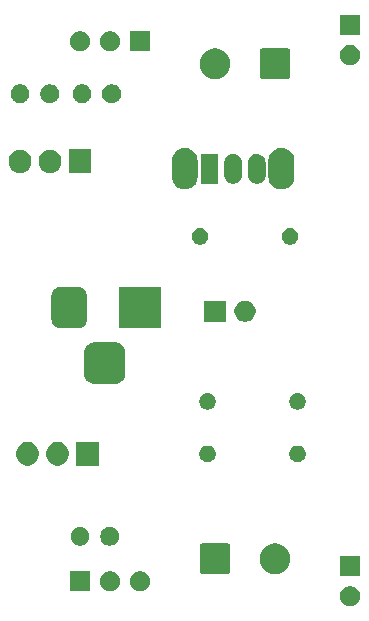
<source format=gbr>
%TF.GenerationSoftware,KiCad,Pcbnew,9.0.2*%
%TF.CreationDate,2025-06-13T16:54:46+08:00*%
%TF.ProjectId,Breadboard Power Supply,42726561-6462-46f6-9172-6420506f7765,1*%
%TF.SameCoordinates,Original*%
%TF.FileFunction,Soldermask,Bot*%
%TF.FilePolarity,Negative*%
%FSLAX46Y46*%
G04 Gerber Fmt 4.6, Leading zero omitted, Abs format (unit mm)*
G04 Created by KiCad (PCBNEW 9.0.2) date 2025-06-13 16:54:46*
%MOMM*%
%LPD*%
G01*
G04 APERTURE LIST*
G04 APERTURE END LIST*
G36*
X150741742Y-111576601D02*
G01*
X150895687Y-111640367D01*
X151034234Y-111732941D01*
X151152059Y-111850766D01*
X151244633Y-111989313D01*
X151308399Y-112143258D01*
X151340907Y-112306685D01*
X151340907Y-112473315D01*
X151308399Y-112636742D01*
X151244633Y-112790687D01*
X151152059Y-112929234D01*
X151034234Y-113047059D01*
X150895687Y-113139633D01*
X150741742Y-113203399D01*
X150578315Y-113235907D01*
X150411685Y-113235907D01*
X150248258Y-113203399D01*
X150094313Y-113139633D01*
X149955766Y-113047059D01*
X149837941Y-112929234D01*
X149745367Y-112790687D01*
X149681601Y-112636742D01*
X149649093Y-112473315D01*
X149649093Y-112306685D01*
X149681601Y-112143258D01*
X149745367Y-111989313D01*
X149837941Y-111850766D01*
X149955766Y-111732941D01*
X150094313Y-111640367D01*
X150248258Y-111576601D01*
X150411685Y-111544093D01*
X150578315Y-111544093D01*
X150741742Y-111576601D01*
G37*
G36*
X128485000Y-111975000D02*
G01*
X126785000Y-111975000D01*
X126785000Y-110275000D01*
X128485000Y-110275000D01*
X128485000Y-111975000D01*
G37*
G36*
X130421742Y-110311601D02*
G01*
X130575687Y-110375367D01*
X130714234Y-110467941D01*
X130832059Y-110585766D01*
X130924633Y-110724313D01*
X130988399Y-110878258D01*
X131020907Y-111041685D01*
X131020907Y-111208315D01*
X130988399Y-111371742D01*
X130924633Y-111525687D01*
X130832059Y-111664234D01*
X130714234Y-111782059D01*
X130575687Y-111874633D01*
X130421742Y-111938399D01*
X130258315Y-111970907D01*
X130091685Y-111970907D01*
X129928258Y-111938399D01*
X129774313Y-111874633D01*
X129635766Y-111782059D01*
X129517941Y-111664234D01*
X129425367Y-111525687D01*
X129361601Y-111371742D01*
X129329093Y-111208315D01*
X129329093Y-111041685D01*
X129361601Y-110878258D01*
X129425367Y-110724313D01*
X129517941Y-110585766D01*
X129635766Y-110467941D01*
X129774313Y-110375367D01*
X129928258Y-110311601D01*
X130091685Y-110279093D01*
X130258315Y-110279093D01*
X130421742Y-110311601D01*
G37*
G36*
X132961742Y-110311601D02*
G01*
X133115687Y-110375367D01*
X133254234Y-110467941D01*
X133372059Y-110585766D01*
X133464633Y-110724313D01*
X133528399Y-110878258D01*
X133560907Y-111041685D01*
X133560907Y-111208315D01*
X133528399Y-111371742D01*
X133464633Y-111525687D01*
X133372059Y-111664234D01*
X133254234Y-111782059D01*
X133115687Y-111874633D01*
X132961742Y-111938399D01*
X132798315Y-111970907D01*
X132631685Y-111970907D01*
X132468258Y-111938399D01*
X132314313Y-111874633D01*
X132175766Y-111782059D01*
X132057941Y-111664234D01*
X131965367Y-111525687D01*
X131901601Y-111371742D01*
X131869093Y-111208315D01*
X131869093Y-111041685D01*
X131901601Y-110878258D01*
X131965367Y-110724313D01*
X132057941Y-110585766D01*
X132175766Y-110467941D01*
X132314313Y-110375367D01*
X132468258Y-110311601D01*
X132631685Y-110279093D01*
X132798315Y-110279093D01*
X132961742Y-110311601D01*
G37*
G36*
X151345000Y-110700000D02*
G01*
X149645000Y-110700000D01*
X149645000Y-109000000D01*
X151345000Y-109000000D01*
X151345000Y-110700000D01*
G37*
G36*
X140171271Y-107921560D02*
G01*
X140190786Y-107930176D01*
X140212545Y-107934505D01*
X140235837Y-107950068D01*
X140258731Y-107960177D01*
X140274367Y-107975813D01*
X140295240Y-107989760D01*
X140309186Y-108010632D01*
X140324822Y-108026268D01*
X140334929Y-108049158D01*
X140350495Y-108072455D01*
X140354823Y-108094217D01*
X140363437Y-108113725D01*
X140364999Y-108127186D01*
X140364999Y-108145370D01*
X140365000Y-108145376D01*
X140365000Y-110294624D01*
X140364999Y-110294629D01*
X140364999Y-110312818D01*
X140363439Y-110326271D01*
X140354823Y-110345782D01*
X140350495Y-110367545D01*
X140334928Y-110390842D01*
X140324822Y-110413731D01*
X140309188Y-110429364D01*
X140295240Y-110450240D01*
X140274364Y-110464188D01*
X140258731Y-110479822D01*
X140235843Y-110489927D01*
X140212545Y-110505495D01*
X140190780Y-110509824D01*
X140171274Y-110518437D01*
X140157813Y-110519999D01*
X140139629Y-110519999D01*
X140139624Y-110520000D01*
X137990376Y-110520000D01*
X137990371Y-110519999D01*
X137972181Y-110519999D01*
X137958728Y-110518439D01*
X137939215Y-110509823D01*
X137917455Y-110505495D01*
X137894159Y-110489929D01*
X137871268Y-110479822D01*
X137855632Y-110464186D01*
X137834760Y-110450240D01*
X137820813Y-110429367D01*
X137805177Y-110413731D01*
X137795069Y-110390838D01*
X137779505Y-110367545D01*
X137775176Y-110345784D01*
X137766562Y-110326274D01*
X137765000Y-110312813D01*
X137765000Y-108127181D01*
X137766560Y-108113728D01*
X137775177Y-108094211D01*
X137779505Y-108072455D01*
X137795067Y-108049164D01*
X137805177Y-108026268D01*
X137820815Y-108010629D01*
X137834760Y-107989760D01*
X137855629Y-107975815D01*
X137871268Y-107960177D01*
X137894163Y-107950068D01*
X137917455Y-107934505D01*
X137939213Y-107930176D01*
X137958725Y-107921562D01*
X137972186Y-107920000D01*
X140157818Y-107920000D01*
X140171271Y-107921560D01*
G37*
G36*
X144449417Y-107952010D02*
G01*
X144644027Y-108015243D01*
X144826349Y-108108140D01*
X144860035Y-108132614D01*
X144991888Y-108228411D01*
X144991889Y-108228412D01*
X144991893Y-108228415D01*
X145136585Y-108373107D01*
X145256860Y-108538651D01*
X145349757Y-108720973D01*
X145412990Y-108915583D01*
X145445000Y-109117688D01*
X145445000Y-109322312D01*
X145412990Y-109524417D01*
X145349757Y-109719027D01*
X145256860Y-109901349D01*
X145136585Y-110066893D01*
X144991893Y-110211585D01*
X144826349Y-110331860D01*
X144644027Y-110424757D01*
X144449417Y-110487990D01*
X144295932Y-110512299D01*
X144247314Y-110520000D01*
X144247312Y-110520000D01*
X144042688Y-110520000D01*
X144042686Y-110520000D01*
X143987419Y-110511246D01*
X143840583Y-110487990D01*
X143645973Y-110424757D01*
X143463651Y-110331860D01*
X143298107Y-110211585D01*
X143153415Y-110066893D01*
X143033140Y-109901349D01*
X142940243Y-109719027D01*
X142877010Y-109524417D01*
X142845000Y-109322312D01*
X142845000Y-109117688D01*
X142863485Y-109000979D01*
X142877010Y-108915582D01*
X142940241Y-108720978D01*
X142940242Y-108720975D01*
X142940243Y-108720973D01*
X143033140Y-108538651D01*
X143033141Y-108538648D01*
X143033143Y-108538646D01*
X143153411Y-108373111D01*
X143298111Y-108228411D01*
X143463646Y-108108143D01*
X143463648Y-108108141D01*
X143463651Y-108108140D01*
X143645973Y-108015243D01*
X143645975Y-108015242D01*
X143645978Y-108015241D01*
X143840582Y-107952010D01*
X144042686Y-107920000D01*
X144247314Y-107920000D01*
X144449417Y-107952010D01*
G37*
G36*
X127867228Y-106549448D02*
G01*
X128012117Y-106609463D01*
X128142515Y-106696592D01*
X128253408Y-106807485D01*
X128340537Y-106937883D01*
X128400552Y-107082772D01*
X128431148Y-107236586D01*
X128431148Y-107393414D01*
X128400552Y-107547228D01*
X128340537Y-107692117D01*
X128253408Y-107822515D01*
X128142515Y-107933408D01*
X128012117Y-108020537D01*
X127867228Y-108080552D01*
X127713414Y-108111148D01*
X127556586Y-108111148D01*
X127402772Y-108080552D01*
X127257883Y-108020537D01*
X127127485Y-107933408D01*
X127016592Y-107822515D01*
X126929463Y-107692117D01*
X126869448Y-107547228D01*
X126838852Y-107393414D01*
X126838852Y-107236586D01*
X126869448Y-107082772D01*
X126929463Y-106937883D01*
X127016592Y-106807485D01*
X127127485Y-106696592D01*
X127257883Y-106609463D01*
X127402772Y-106549448D01*
X127556586Y-106518852D01*
X127713414Y-106518852D01*
X127867228Y-106549448D01*
G37*
G36*
X130367228Y-106549448D02*
G01*
X130512117Y-106609463D01*
X130642515Y-106696592D01*
X130753408Y-106807485D01*
X130840537Y-106937883D01*
X130900552Y-107082772D01*
X130931148Y-107236586D01*
X130931148Y-107393414D01*
X130900552Y-107547228D01*
X130840537Y-107692117D01*
X130753408Y-107822515D01*
X130642515Y-107933408D01*
X130512117Y-108020537D01*
X130367228Y-108080552D01*
X130213414Y-108111148D01*
X130056586Y-108111148D01*
X129902772Y-108080552D01*
X129757883Y-108020537D01*
X129627485Y-107933408D01*
X129516592Y-107822515D01*
X129429463Y-107692117D01*
X129369448Y-107547228D01*
X129338852Y-107393414D01*
X129338852Y-107236586D01*
X129369448Y-107082772D01*
X129429463Y-106937883D01*
X129516592Y-106807485D01*
X129627485Y-106696592D01*
X129757883Y-106609463D01*
X129902772Y-106549448D01*
X130056586Y-106518852D01*
X130213414Y-106518852D01*
X130367228Y-106549448D01*
G37*
G36*
X129222500Y-101330000D02*
G01*
X127317500Y-101330000D01*
X127317500Y-99330000D01*
X129222500Y-99330000D01*
X129222500Y-101330000D01*
G37*
G36*
X123466496Y-99371014D02*
G01*
X123639005Y-99442470D01*
X123794260Y-99546208D01*
X123926292Y-99678240D01*
X124030030Y-99833495D01*
X124101486Y-100006004D01*
X124137913Y-100189139D01*
X124142500Y-100282500D01*
X124142500Y-100377500D01*
X124137913Y-100470861D01*
X124101486Y-100653996D01*
X124030030Y-100826505D01*
X123926292Y-100981760D01*
X123794260Y-101113792D01*
X123639005Y-101217530D01*
X123466496Y-101288986D01*
X123283361Y-101325413D01*
X123096639Y-101325413D01*
X122913504Y-101288986D01*
X122740995Y-101217530D01*
X122585740Y-101113792D01*
X122453708Y-100981760D01*
X122349970Y-100826505D01*
X122278514Y-100653996D01*
X122242087Y-100470861D01*
X122237500Y-100377500D01*
X122237500Y-100282500D01*
X122242087Y-100189139D01*
X122278514Y-100006004D01*
X122349970Y-99833495D01*
X122453708Y-99678240D01*
X122585740Y-99546208D01*
X122740995Y-99442470D01*
X122913504Y-99371014D01*
X123096639Y-99334587D01*
X123283361Y-99334587D01*
X123466496Y-99371014D01*
G37*
G36*
X126006496Y-99371014D02*
G01*
X126179005Y-99442470D01*
X126334260Y-99546208D01*
X126466292Y-99678240D01*
X126570030Y-99833495D01*
X126641486Y-100006004D01*
X126677913Y-100189139D01*
X126682500Y-100282500D01*
X126682500Y-100377500D01*
X126677913Y-100470861D01*
X126641486Y-100653996D01*
X126570030Y-100826505D01*
X126466292Y-100981760D01*
X126334260Y-101113792D01*
X126179005Y-101217530D01*
X126006496Y-101288986D01*
X125823361Y-101325413D01*
X125636639Y-101325413D01*
X125453504Y-101288986D01*
X125280995Y-101217530D01*
X125125740Y-101113792D01*
X124993708Y-100981760D01*
X124889970Y-100826505D01*
X124818514Y-100653996D01*
X124782087Y-100470861D01*
X124777500Y-100377500D01*
X124777500Y-100282500D01*
X124782087Y-100189139D01*
X124818514Y-100006004D01*
X124889970Y-99833495D01*
X124993708Y-99678240D01*
X125125740Y-99546208D01*
X125280995Y-99442470D01*
X125453504Y-99371014D01*
X125636639Y-99334587D01*
X125823361Y-99334587D01*
X126006496Y-99371014D01*
G37*
G36*
X138633199Y-99660142D02*
G01*
X138759978Y-99712655D01*
X138874075Y-99788893D01*
X138971107Y-99885925D01*
X139047345Y-100000022D01*
X139099858Y-100126801D01*
X139126629Y-100261388D01*
X139126629Y-100398612D01*
X139099858Y-100533199D01*
X139047345Y-100659978D01*
X138971107Y-100774075D01*
X138874075Y-100871107D01*
X138759978Y-100947345D01*
X138633199Y-100999858D01*
X138498612Y-101026629D01*
X138361388Y-101026629D01*
X138226801Y-100999858D01*
X138100022Y-100947345D01*
X137985925Y-100871107D01*
X137888893Y-100774075D01*
X137812655Y-100659978D01*
X137760142Y-100533199D01*
X137733371Y-100398612D01*
X137733371Y-100261388D01*
X137760142Y-100126801D01*
X137812655Y-100000022D01*
X137888893Y-99885925D01*
X137985925Y-99788893D01*
X138100022Y-99712655D01*
X138226801Y-99660142D01*
X138361388Y-99633371D01*
X138498612Y-99633371D01*
X138633199Y-99660142D01*
G37*
G36*
X146253199Y-99660142D02*
G01*
X146379978Y-99712655D01*
X146494075Y-99788893D01*
X146591107Y-99885925D01*
X146667345Y-100000022D01*
X146719858Y-100126801D01*
X146746629Y-100261388D01*
X146746629Y-100398612D01*
X146719858Y-100533199D01*
X146667345Y-100659978D01*
X146591107Y-100774075D01*
X146494075Y-100871107D01*
X146379978Y-100947345D01*
X146253199Y-100999858D01*
X146118612Y-101026629D01*
X145981388Y-101026629D01*
X145846801Y-100999858D01*
X145720022Y-100947345D01*
X145605925Y-100871107D01*
X145508893Y-100774075D01*
X145432655Y-100659978D01*
X145380142Y-100533199D01*
X145353371Y-100398612D01*
X145353371Y-100261388D01*
X145380142Y-100126801D01*
X145432655Y-100000022D01*
X145508893Y-99885925D01*
X145605925Y-99788893D01*
X145720022Y-99712655D01*
X145846801Y-99660142D01*
X145981388Y-99633371D01*
X146118612Y-99633371D01*
X146253199Y-99660142D01*
G37*
G36*
X138633199Y-95215142D02*
G01*
X138759978Y-95267655D01*
X138874075Y-95343893D01*
X138971107Y-95440925D01*
X139047345Y-95555022D01*
X139099858Y-95681801D01*
X139126629Y-95816388D01*
X139126629Y-95953612D01*
X139099858Y-96088199D01*
X139047345Y-96214978D01*
X138971107Y-96329075D01*
X138874075Y-96426107D01*
X138759978Y-96502345D01*
X138633199Y-96554858D01*
X138498612Y-96581629D01*
X138361388Y-96581629D01*
X138226801Y-96554858D01*
X138100022Y-96502345D01*
X137985925Y-96426107D01*
X137888893Y-96329075D01*
X137812655Y-96214978D01*
X137760142Y-96088199D01*
X137733371Y-95953612D01*
X137733371Y-95816388D01*
X137760142Y-95681801D01*
X137812655Y-95555022D01*
X137888893Y-95440925D01*
X137985925Y-95343893D01*
X138100022Y-95267655D01*
X138226801Y-95215142D01*
X138361388Y-95188371D01*
X138498612Y-95188371D01*
X138633199Y-95215142D01*
G37*
G36*
X146253199Y-95215142D02*
G01*
X146379978Y-95267655D01*
X146494075Y-95343893D01*
X146591107Y-95440925D01*
X146667345Y-95555022D01*
X146719858Y-95681801D01*
X146746629Y-95816388D01*
X146746629Y-95953612D01*
X146719858Y-96088199D01*
X146667345Y-96214978D01*
X146591107Y-96329075D01*
X146494075Y-96426107D01*
X146379978Y-96502345D01*
X146253199Y-96554858D01*
X146118612Y-96581629D01*
X145981388Y-96581629D01*
X145846801Y-96554858D01*
X145720022Y-96502345D01*
X145605925Y-96426107D01*
X145508893Y-96329075D01*
X145432655Y-96214978D01*
X145380142Y-96088199D01*
X145353371Y-95953612D01*
X145353371Y-95816388D01*
X145380142Y-95681801D01*
X145432655Y-95555022D01*
X145508893Y-95440925D01*
X145605925Y-95343893D01*
X145720022Y-95267655D01*
X145846801Y-95215142D01*
X145981388Y-95188371D01*
X146118612Y-95188371D01*
X146253199Y-95215142D01*
G37*
G36*
X130708125Y-90900510D02*
G01*
X130716782Y-90902662D01*
X130726059Y-90903393D01*
X130807944Y-90925333D01*
X130891741Y-90946173D01*
X130898818Y-90949683D01*
X130903457Y-90950926D01*
X130981395Y-90990637D01*
X131061247Y-91030241D01*
X131064929Y-91033200D01*
X131066376Y-91033938D01*
X131137826Y-91091797D01*
X131208718Y-91148782D01*
X131265727Y-91219705D01*
X131323561Y-91291123D01*
X131324297Y-91292569D01*
X131327259Y-91296253D01*
X131366880Y-91376141D01*
X131406573Y-91454042D01*
X131407815Y-91458678D01*
X131411327Y-91465759D01*
X131432175Y-91549593D01*
X131454106Y-91631440D01*
X131454835Y-91640712D01*
X131456990Y-91649375D01*
X131465000Y-91767500D01*
X131465000Y-93517500D01*
X131456990Y-93635625D01*
X131454835Y-93644288D01*
X131454106Y-93653559D01*
X131432178Y-93735392D01*
X131411327Y-93819241D01*
X131407814Y-93826322D01*
X131406573Y-93830957D01*
X131366898Y-93908821D01*
X131327259Y-93988747D01*
X131324296Y-93992432D01*
X131323561Y-93993876D01*
X131265837Y-94065158D01*
X131208718Y-94136218D01*
X131137658Y-94193337D01*
X131066376Y-94251061D01*
X131064932Y-94251796D01*
X131061247Y-94254759D01*
X130981321Y-94294398D01*
X130903457Y-94334073D01*
X130898822Y-94335314D01*
X130891741Y-94338827D01*
X130807892Y-94359678D01*
X130726059Y-94381606D01*
X130716788Y-94382335D01*
X130708125Y-94384490D01*
X130590000Y-94392500D01*
X128840000Y-94392500D01*
X128721875Y-94384490D01*
X128713212Y-94382335D01*
X128703940Y-94381606D01*
X128622093Y-94359675D01*
X128538259Y-94338827D01*
X128531178Y-94335315D01*
X128526542Y-94334073D01*
X128448641Y-94294380D01*
X128368753Y-94254759D01*
X128365069Y-94251797D01*
X128363623Y-94251061D01*
X128292205Y-94193227D01*
X128221282Y-94136218D01*
X128164297Y-94065326D01*
X128106438Y-93993876D01*
X128105700Y-93992429D01*
X128102741Y-93988747D01*
X128063137Y-93908895D01*
X128023426Y-93830957D01*
X128022183Y-93826318D01*
X128018673Y-93819241D01*
X127997833Y-93735444D01*
X127975893Y-93653559D01*
X127975162Y-93644282D01*
X127973010Y-93635625D01*
X127965000Y-93517500D01*
X127965000Y-91767500D01*
X127973010Y-91649375D01*
X127975162Y-91640718D01*
X127975893Y-91631440D01*
X127997837Y-91549541D01*
X128018673Y-91465759D01*
X128022182Y-91458682D01*
X128023426Y-91454042D01*
X128063156Y-91376067D01*
X128102741Y-91296253D01*
X128105699Y-91292572D01*
X128106438Y-91291123D01*
X128164406Y-91219537D01*
X128221282Y-91148782D01*
X128292037Y-91091906D01*
X128363623Y-91033938D01*
X128365072Y-91033199D01*
X128368753Y-91030241D01*
X128448567Y-90990656D01*
X128526542Y-90950926D01*
X128531182Y-90949682D01*
X128538259Y-90946173D01*
X128622041Y-90925337D01*
X128703940Y-90903393D01*
X128713218Y-90902662D01*
X128721875Y-90900510D01*
X128840000Y-90892500D01*
X130590000Y-90892500D01*
X130708125Y-90900510D01*
G37*
G36*
X127616663Y-86207995D02*
G01*
X127625683Y-86210984D01*
X127631807Y-86211674D01*
X127703961Y-86236922D01*
X127781964Y-86262769D01*
X127787388Y-86266114D01*
X127790247Y-86267115D01*
X127856422Y-86308695D01*
X127930177Y-86354188D01*
X128053312Y-86477323D01*
X128098823Y-86551109D01*
X128140384Y-86617252D01*
X128141383Y-86620109D01*
X128144731Y-86625536D01*
X128170592Y-86703583D01*
X128195825Y-86775693D01*
X128196514Y-86781811D01*
X128199505Y-86790837D01*
X128215000Y-86942500D01*
X128215000Y-88942500D01*
X128199505Y-89094163D01*
X128196514Y-89103188D01*
X128195825Y-89109307D01*
X128170595Y-89181407D01*
X128144731Y-89259464D01*
X128141383Y-89264891D01*
X128140384Y-89267747D01*
X128098857Y-89333836D01*
X128053312Y-89407677D01*
X127930177Y-89530812D01*
X127856336Y-89576357D01*
X127790247Y-89617884D01*
X127787391Y-89618883D01*
X127781964Y-89622231D01*
X127703897Y-89648099D01*
X127631806Y-89673325D01*
X127625688Y-89674014D01*
X127616663Y-89677005D01*
X127465000Y-89692500D01*
X125965000Y-89692500D01*
X125813337Y-89677005D01*
X125804312Y-89674014D01*
X125798192Y-89673325D01*
X125726073Y-89648089D01*
X125648036Y-89622231D01*
X125642609Y-89618883D01*
X125639752Y-89617884D01*
X125573609Y-89576323D01*
X125499823Y-89530812D01*
X125376688Y-89407677D01*
X125331195Y-89333922D01*
X125289615Y-89267747D01*
X125288614Y-89264888D01*
X125285269Y-89259464D01*
X125259418Y-89181451D01*
X125234174Y-89109306D01*
X125233484Y-89103184D01*
X125230495Y-89094163D01*
X125215000Y-88942500D01*
X125215000Y-86942500D01*
X125230495Y-86790837D01*
X125233483Y-86781816D01*
X125234174Y-86775692D01*
X125259428Y-86703519D01*
X125285269Y-86625536D01*
X125288613Y-86620113D01*
X125289615Y-86617252D01*
X125331229Y-86551022D01*
X125376688Y-86477323D01*
X125499823Y-86354188D01*
X125573522Y-86308729D01*
X125639752Y-86267115D01*
X125642613Y-86266113D01*
X125648036Y-86262769D01*
X125726029Y-86236925D01*
X125798193Y-86211674D01*
X125804316Y-86210984D01*
X125813337Y-86207995D01*
X125965000Y-86192500D01*
X127465000Y-86192500D01*
X127616663Y-86207995D01*
G37*
G36*
X134465000Y-89692500D02*
G01*
X130965000Y-89692500D01*
X130965000Y-86192500D01*
X134465000Y-86192500D01*
X134465000Y-89692500D01*
G37*
G36*
X139965000Y-89165000D02*
G01*
X138165000Y-89165000D01*
X138165000Y-87365000D01*
X139965000Y-87365000D01*
X139965000Y-89165000D01*
G37*
G36*
X141866256Y-87403754D02*
G01*
X142029257Y-87471271D01*
X142175954Y-87569291D01*
X142300709Y-87694046D01*
X142398729Y-87840743D01*
X142466246Y-88003744D01*
X142500666Y-88176785D01*
X142500666Y-88353215D01*
X142466246Y-88526256D01*
X142398729Y-88689257D01*
X142300709Y-88835954D01*
X142175954Y-88960709D01*
X142029257Y-89058729D01*
X141866256Y-89126246D01*
X141693215Y-89160666D01*
X141516785Y-89160666D01*
X141343744Y-89126246D01*
X141180743Y-89058729D01*
X141034046Y-88960709D01*
X140909291Y-88835954D01*
X140811271Y-88689257D01*
X140743754Y-88526256D01*
X140709334Y-88353215D01*
X140709334Y-88176785D01*
X140743754Y-88003744D01*
X140811271Y-87840743D01*
X140909291Y-87694046D01*
X141034046Y-87569291D01*
X141180743Y-87471271D01*
X141343744Y-87403754D01*
X141516785Y-87369334D01*
X141693215Y-87369334D01*
X141866256Y-87403754D01*
G37*
G36*
X137998199Y-81245142D02*
G01*
X138124978Y-81297655D01*
X138239075Y-81373893D01*
X138336107Y-81470925D01*
X138412345Y-81585022D01*
X138464858Y-81711801D01*
X138491629Y-81846388D01*
X138491629Y-81983612D01*
X138464858Y-82118199D01*
X138412345Y-82244978D01*
X138336107Y-82359075D01*
X138239075Y-82456107D01*
X138124978Y-82532345D01*
X137998199Y-82584858D01*
X137863612Y-82611629D01*
X137726388Y-82611629D01*
X137591801Y-82584858D01*
X137465022Y-82532345D01*
X137350925Y-82456107D01*
X137253893Y-82359075D01*
X137177655Y-82244978D01*
X137125142Y-82118199D01*
X137098371Y-81983612D01*
X137098371Y-81846388D01*
X137125142Y-81711801D01*
X137177655Y-81585022D01*
X137253893Y-81470925D01*
X137350925Y-81373893D01*
X137465022Y-81297655D01*
X137591801Y-81245142D01*
X137726388Y-81218371D01*
X137863612Y-81218371D01*
X137998199Y-81245142D01*
G37*
G36*
X145618199Y-81245142D02*
G01*
X145744978Y-81297655D01*
X145859075Y-81373893D01*
X145956107Y-81470925D01*
X146032345Y-81585022D01*
X146084858Y-81711801D01*
X146111629Y-81846388D01*
X146111629Y-81983612D01*
X146084858Y-82118199D01*
X146032345Y-82244978D01*
X145956107Y-82359075D01*
X145859075Y-82456107D01*
X145744978Y-82532345D01*
X145618199Y-82584858D01*
X145483612Y-82611629D01*
X145346388Y-82611629D01*
X145211801Y-82584858D01*
X145085022Y-82532345D01*
X144970925Y-82456107D01*
X144873893Y-82359075D01*
X144797655Y-82244978D01*
X144745142Y-82118199D01*
X144718371Y-81983612D01*
X144718371Y-81846388D01*
X144745142Y-81711801D01*
X144797655Y-81585022D01*
X144873893Y-81470925D01*
X144970925Y-81373893D01*
X145085022Y-81297655D01*
X145211801Y-81245142D01*
X145346388Y-81218371D01*
X145483612Y-81218371D01*
X145618199Y-81245142D01*
G37*
G36*
X136747584Y-74477085D02*
G01*
X136912248Y-74530588D01*
X136912250Y-74530589D01*
X136912253Y-74530590D01*
X136979786Y-74565000D01*
X137066530Y-74609198D01*
X137206597Y-74710962D01*
X137329037Y-74833402D01*
X137430801Y-74973469D01*
X137430804Y-74973475D01*
X137509410Y-75127747D01*
X137509411Y-75127751D01*
X137562914Y-75292415D01*
X137571201Y-75344740D01*
X137590000Y-75463428D01*
X137590000Y-76936572D01*
X137562914Y-77107584D01*
X137509410Y-77272253D01*
X137433528Y-77421178D01*
X137430801Y-77426530D01*
X137413749Y-77450000D01*
X137329033Y-77566602D01*
X137206602Y-77689033D01*
X137206598Y-77689035D01*
X137206597Y-77689037D01*
X137066530Y-77790801D01*
X137066527Y-77790802D01*
X137066525Y-77790804D01*
X136912253Y-77869410D01*
X136747584Y-77922914D01*
X136576574Y-77950000D01*
X136576572Y-77950000D01*
X136403428Y-77950000D01*
X136403426Y-77950000D01*
X136232415Y-77922914D01*
X136146755Y-77895081D01*
X136067747Y-77869410D01*
X135913475Y-77790804D01*
X135913469Y-77790801D01*
X135773402Y-77689037D01*
X135650962Y-77566597D01*
X135549198Y-77426530D01*
X135475844Y-77282564D01*
X135470590Y-77272253D01*
X135470588Y-77272248D01*
X135417085Y-77107584D01*
X135390000Y-76936573D01*
X135390000Y-75463426D01*
X135417085Y-75292415D01*
X135470588Y-75127751D01*
X135549198Y-74973469D01*
X135650962Y-74833402D01*
X135773402Y-74710962D01*
X135913469Y-74609198D01*
X136067751Y-74530588D01*
X136232415Y-74477085D01*
X136403426Y-74450000D01*
X136576574Y-74450000D01*
X136747584Y-74477085D01*
G37*
G36*
X144947584Y-74477085D02*
G01*
X145112248Y-74530588D01*
X145112250Y-74530589D01*
X145112253Y-74530590D01*
X145179786Y-74565000D01*
X145266530Y-74609198D01*
X145406597Y-74710962D01*
X145529037Y-74833402D01*
X145630801Y-74973469D01*
X145630804Y-74973475D01*
X145709410Y-75127747D01*
X145709411Y-75127751D01*
X145762914Y-75292415D01*
X145771201Y-75344740D01*
X145790000Y-75463428D01*
X145790000Y-76936572D01*
X145762914Y-77107584D01*
X145709410Y-77272253D01*
X145633528Y-77421178D01*
X145630801Y-77426530D01*
X145613749Y-77450000D01*
X145529033Y-77566602D01*
X145406602Y-77689033D01*
X145406598Y-77689035D01*
X145406597Y-77689037D01*
X145266530Y-77790801D01*
X145266527Y-77790802D01*
X145266525Y-77790804D01*
X145112253Y-77869410D01*
X144947584Y-77922914D01*
X144776574Y-77950000D01*
X144776572Y-77950000D01*
X144603428Y-77950000D01*
X144603426Y-77950000D01*
X144432415Y-77922914D01*
X144346755Y-77895081D01*
X144267747Y-77869410D01*
X144113475Y-77790804D01*
X144113469Y-77790801D01*
X143973402Y-77689037D01*
X143850962Y-77566597D01*
X143749198Y-77426530D01*
X143675844Y-77282564D01*
X143670590Y-77272253D01*
X143670588Y-77272248D01*
X143617085Y-77107584D01*
X143590000Y-76936573D01*
X143590000Y-75463426D01*
X143617085Y-75292415D01*
X143670588Y-75127751D01*
X143749198Y-74973469D01*
X143850962Y-74833402D01*
X143973402Y-74710962D01*
X144113469Y-74609198D01*
X144267751Y-74530588D01*
X144432415Y-74477085D01*
X144603426Y-74450000D01*
X144776574Y-74450000D01*
X144947584Y-74477085D01*
G37*
G36*
X139340000Y-77450000D02*
G01*
X139339996Y-77450000D01*
X137840004Y-77450000D01*
X137840000Y-77450000D01*
X137840000Y-74950000D01*
X139340000Y-74950000D01*
X139340000Y-77450000D01*
G37*
G36*
X140808764Y-74978821D02*
G01*
X140808765Y-74978821D01*
X140808767Y-74978822D01*
X140859186Y-74999706D01*
X140945259Y-75035359D01*
X141067267Y-75116882D01*
X141068097Y-75117437D01*
X141172563Y-75221903D01*
X141254641Y-75344742D01*
X141311178Y-75481233D01*
X141311178Y-75481235D01*
X141336994Y-75611021D01*
X141340000Y-75626131D01*
X141340000Y-76773869D01*
X141311178Y-76918767D01*
X141254641Y-77055258D01*
X141172563Y-77178097D01*
X141068097Y-77282563D01*
X140945258Y-77364641D01*
X140808767Y-77421178D01*
X140663869Y-77450000D01*
X140516131Y-77450000D01*
X140371233Y-77421178D01*
X140234742Y-77364641D01*
X140234741Y-77364640D01*
X140234740Y-77364640D01*
X140173322Y-77323602D01*
X140111903Y-77282563D01*
X140007437Y-77178097D01*
X139960322Y-77107584D01*
X139925359Y-77055259D01*
X139868821Y-76918764D01*
X139840000Y-76773869D01*
X139840000Y-75626130D01*
X139868821Y-75481235D01*
X139925359Y-75344740D01*
X140007435Y-75221905D01*
X140111905Y-75117435D01*
X140234740Y-75035359D01*
X140371235Y-74978821D01*
X140516131Y-74950000D01*
X140663869Y-74950000D01*
X140808764Y-74978821D01*
G37*
G36*
X142808764Y-74978821D02*
G01*
X142808765Y-74978821D01*
X142808767Y-74978822D01*
X142859186Y-74999706D01*
X142945259Y-75035359D01*
X143067267Y-75116882D01*
X143068097Y-75117437D01*
X143172563Y-75221903D01*
X143254641Y-75344742D01*
X143311178Y-75481233D01*
X143311178Y-75481235D01*
X143336994Y-75611021D01*
X143340000Y-75626131D01*
X143340000Y-76773869D01*
X143311178Y-76918767D01*
X143254641Y-77055258D01*
X143172563Y-77178097D01*
X143068097Y-77282563D01*
X142945258Y-77364641D01*
X142808767Y-77421178D01*
X142663869Y-77450000D01*
X142516131Y-77450000D01*
X142371233Y-77421178D01*
X142234742Y-77364641D01*
X142234741Y-77364640D01*
X142234740Y-77364640D01*
X142173322Y-77323602D01*
X142111903Y-77282563D01*
X142007437Y-77178097D01*
X141960322Y-77107584D01*
X141925359Y-77055259D01*
X141868821Y-76918764D01*
X141840000Y-76773869D01*
X141840000Y-75626130D01*
X141868821Y-75481235D01*
X141925359Y-75344740D01*
X142007435Y-75221905D01*
X142111905Y-75117435D01*
X142234740Y-75035359D01*
X142371235Y-74978821D01*
X142516131Y-74950000D01*
X142663869Y-74950000D01*
X142808764Y-74978821D01*
G37*
G36*
X128587500Y-76565000D02*
G01*
X126682500Y-76565000D01*
X126682500Y-74565000D01*
X128587500Y-74565000D01*
X128587500Y-76565000D01*
G37*
G36*
X122831496Y-74606014D02*
G01*
X123004005Y-74677470D01*
X123159260Y-74781208D01*
X123291292Y-74913240D01*
X123395030Y-75068495D01*
X123466486Y-75241004D01*
X123502913Y-75424139D01*
X123507500Y-75517500D01*
X123507500Y-75612500D01*
X123502913Y-75705861D01*
X123466486Y-75888996D01*
X123395030Y-76061505D01*
X123291292Y-76216760D01*
X123159260Y-76348792D01*
X123004005Y-76452530D01*
X122831496Y-76523986D01*
X122648361Y-76560413D01*
X122461639Y-76560413D01*
X122278504Y-76523986D01*
X122105995Y-76452530D01*
X121950740Y-76348792D01*
X121818708Y-76216760D01*
X121714970Y-76061505D01*
X121643514Y-75888996D01*
X121607087Y-75705861D01*
X121602500Y-75612500D01*
X121602500Y-75517500D01*
X121607087Y-75424139D01*
X121643514Y-75241004D01*
X121714970Y-75068495D01*
X121818708Y-74913240D01*
X121950740Y-74781208D01*
X122105995Y-74677470D01*
X122278504Y-74606014D01*
X122461639Y-74569587D01*
X122648361Y-74569587D01*
X122831496Y-74606014D01*
G37*
G36*
X125371496Y-74606014D02*
G01*
X125544005Y-74677470D01*
X125699260Y-74781208D01*
X125831292Y-74913240D01*
X125935030Y-75068495D01*
X126006486Y-75241004D01*
X126042913Y-75424139D01*
X126047500Y-75517500D01*
X126047500Y-75612500D01*
X126042913Y-75705861D01*
X126006486Y-75888996D01*
X125935030Y-76061505D01*
X125831292Y-76216760D01*
X125699260Y-76348792D01*
X125544005Y-76452530D01*
X125371496Y-76523986D01*
X125188361Y-76560413D01*
X125001639Y-76560413D01*
X124818504Y-76523986D01*
X124645995Y-76452530D01*
X124490740Y-76348792D01*
X124358708Y-76216760D01*
X124254970Y-76061505D01*
X124183514Y-75888996D01*
X124147087Y-75705861D01*
X124142500Y-75612500D01*
X124142500Y-75517500D01*
X124147087Y-75424139D01*
X124183514Y-75241004D01*
X124254970Y-75068495D01*
X124358708Y-74913240D01*
X124490740Y-74781208D01*
X124645995Y-74677470D01*
X124818504Y-74606014D01*
X125001639Y-74569587D01*
X125188361Y-74569587D01*
X125371496Y-74606014D01*
G37*
G36*
X122787228Y-69084448D02*
G01*
X122932117Y-69144463D01*
X123062515Y-69231592D01*
X123173408Y-69342485D01*
X123260537Y-69472883D01*
X123320552Y-69617772D01*
X123351148Y-69771586D01*
X123351148Y-69928414D01*
X123320552Y-70082228D01*
X123260537Y-70227117D01*
X123173408Y-70357515D01*
X123062515Y-70468408D01*
X122932117Y-70555537D01*
X122787228Y-70615552D01*
X122633414Y-70646148D01*
X122476586Y-70646148D01*
X122322772Y-70615552D01*
X122177883Y-70555537D01*
X122047485Y-70468408D01*
X121936592Y-70357515D01*
X121849463Y-70227117D01*
X121789448Y-70082228D01*
X121758852Y-69928414D01*
X121758852Y-69771586D01*
X121789448Y-69617772D01*
X121849463Y-69472883D01*
X121936592Y-69342485D01*
X122047485Y-69231592D01*
X122177883Y-69144463D01*
X122322772Y-69084448D01*
X122476586Y-69053852D01*
X122633414Y-69053852D01*
X122787228Y-69084448D01*
G37*
G36*
X125287228Y-69084448D02*
G01*
X125432117Y-69144463D01*
X125562515Y-69231592D01*
X125673408Y-69342485D01*
X125760537Y-69472883D01*
X125820552Y-69617772D01*
X125851148Y-69771586D01*
X125851148Y-69928414D01*
X125820552Y-70082228D01*
X125760537Y-70227117D01*
X125673408Y-70357515D01*
X125562515Y-70468408D01*
X125432117Y-70555537D01*
X125287228Y-70615552D01*
X125133414Y-70646148D01*
X124976586Y-70646148D01*
X124822772Y-70615552D01*
X124677883Y-70555537D01*
X124547485Y-70468408D01*
X124436592Y-70357515D01*
X124349463Y-70227117D01*
X124289448Y-70082228D01*
X124258852Y-69928414D01*
X124258852Y-69771586D01*
X124289448Y-69617772D01*
X124349463Y-69472883D01*
X124436592Y-69342485D01*
X124547485Y-69231592D01*
X124677883Y-69144463D01*
X124822772Y-69084448D01*
X124976586Y-69053852D01*
X125133414Y-69053852D01*
X125287228Y-69084448D01*
G37*
G36*
X128034228Y-69084448D02*
G01*
X128179117Y-69144463D01*
X128309515Y-69231592D01*
X128420408Y-69342485D01*
X128507537Y-69472883D01*
X128567552Y-69617772D01*
X128598148Y-69771586D01*
X128598148Y-69928414D01*
X128567552Y-70082228D01*
X128507537Y-70227117D01*
X128420408Y-70357515D01*
X128309515Y-70468408D01*
X128179117Y-70555537D01*
X128034228Y-70615552D01*
X127880414Y-70646148D01*
X127723586Y-70646148D01*
X127569772Y-70615552D01*
X127424883Y-70555537D01*
X127294485Y-70468408D01*
X127183592Y-70357515D01*
X127096463Y-70227117D01*
X127036448Y-70082228D01*
X127005852Y-69928414D01*
X127005852Y-69771586D01*
X127036448Y-69617772D01*
X127096463Y-69472883D01*
X127183592Y-69342485D01*
X127294485Y-69231592D01*
X127424883Y-69144463D01*
X127569772Y-69084448D01*
X127723586Y-69053852D01*
X127880414Y-69053852D01*
X128034228Y-69084448D01*
G37*
G36*
X130534228Y-69084448D02*
G01*
X130679117Y-69144463D01*
X130809515Y-69231592D01*
X130920408Y-69342485D01*
X131007537Y-69472883D01*
X131067552Y-69617772D01*
X131098148Y-69771586D01*
X131098148Y-69928414D01*
X131067552Y-70082228D01*
X131007537Y-70227117D01*
X130920408Y-70357515D01*
X130809515Y-70468408D01*
X130679117Y-70555537D01*
X130534228Y-70615552D01*
X130380414Y-70646148D01*
X130223586Y-70646148D01*
X130069772Y-70615552D01*
X129924883Y-70555537D01*
X129794485Y-70468408D01*
X129683592Y-70357515D01*
X129596463Y-70227117D01*
X129536448Y-70082228D01*
X129505852Y-69928414D01*
X129505852Y-69771586D01*
X129536448Y-69617772D01*
X129596463Y-69472883D01*
X129683592Y-69342485D01*
X129794485Y-69231592D01*
X129924883Y-69144463D01*
X130069772Y-69084448D01*
X130223586Y-69053852D01*
X130380414Y-69053852D01*
X130534228Y-69084448D01*
G37*
G36*
X139369417Y-66042010D02*
G01*
X139564027Y-66105243D01*
X139746349Y-66198140D01*
X139773852Y-66218122D01*
X139911888Y-66318411D01*
X139911889Y-66318412D01*
X139911893Y-66318415D01*
X140056585Y-66463107D01*
X140176860Y-66628651D01*
X140269757Y-66810973D01*
X140332990Y-67005583D01*
X140365000Y-67207688D01*
X140365000Y-67412312D01*
X140332990Y-67614417D01*
X140269757Y-67809027D01*
X140176860Y-67991349D01*
X140056585Y-68156893D01*
X139911893Y-68301585D01*
X139746349Y-68421860D01*
X139564027Y-68514757D01*
X139369417Y-68577990D01*
X139215932Y-68602299D01*
X139167314Y-68610000D01*
X139167312Y-68610000D01*
X138962688Y-68610000D01*
X138962686Y-68610000D01*
X138907419Y-68601246D01*
X138760583Y-68577990D01*
X138565973Y-68514757D01*
X138383651Y-68421860D01*
X138218107Y-68301585D01*
X138073415Y-68156893D01*
X137953140Y-67991349D01*
X137860243Y-67809027D01*
X137797010Y-67614417D01*
X137765000Y-67412312D01*
X137765000Y-67207688D01*
X137797010Y-67005583D01*
X137858888Y-66815142D01*
X137860241Y-66810978D01*
X137860242Y-66810975D01*
X137860243Y-66810973D01*
X137953140Y-66628651D01*
X137953141Y-66628648D01*
X137953143Y-66628646D01*
X138073411Y-66463111D01*
X138218111Y-66318411D01*
X138383646Y-66198143D01*
X138383648Y-66198141D01*
X138383651Y-66198140D01*
X138565973Y-66105243D01*
X138565975Y-66105242D01*
X138565978Y-66105241D01*
X138760582Y-66042010D01*
X138962686Y-66010000D01*
X139167314Y-66010000D01*
X139369417Y-66042010D01*
G37*
G36*
X145251271Y-66011560D02*
G01*
X145270786Y-66020176D01*
X145292545Y-66024505D01*
X145315837Y-66040068D01*
X145338731Y-66050177D01*
X145354367Y-66065813D01*
X145375240Y-66079760D01*
X145389186Y-66100632D01*
X145404822Y-66116268D01*
X145414929Y-66139158D01*
X145430495Y-66162455D01*
X145434823Y-66184217D01*
X145443437Y-66203725D01*
X145444999Y-66217186D01*
X145444999Y-66235370D01*
X145445000Y-66235376D01*
X145445000Y-68384624D01*
X145444999Y-68384629D01*
X145444999Y-68402818D01*
X145443439Y-68416271D01*
X145434823Y-68435782D01*
X145430495Y-68457545D01*
X145414928Y-68480842D01*
X145404822Y-68503731D01*
X145389188Y-68519364D01*
X145375240Y-68540240D01*
X145354364Y-68554188D01*
X145338731Y-68569822D01*
X145315843Y-68579927D01*
X145292545Y-68595495D01*
X145270780Y-68599824D01*
X145251274Y-68608437D01*
X145237813Y-68609999D01*
X145219629Y-68609999D01*
X145219624Y-68610000D01*
X143070376Y-68610000D01*
X143070371Y-68609999D01*
X143052181Y-68609999D01*
X143038728Y-68608439D01*
X143019215Y-68599823D01*
X142997455Y-68595495D01*
X142974159Y-68579929D01*
X142951268Y-68569822D01*
X142935632Y-68554186D01*
X142914760Y-68540240D01*
X142900813Y-68519367D01*
X142885177Y-68503731D01*
X142875069Y-68480838D01*
X142859505Y-68457545D01*
X142855176Y-68435784D01*
X142846562Y-68416274D01*
X142845000Y-68402813D01*
X142845000Y-66217181D01*
X142846560Y-66203728D01*
X142855177Y-66184211D01*
X142859505Y-66162455D01*
X142875067Y-66139164D01*
X142885177Y-66116268D01*
X142900815Y-66100629D01*
X142914760Y-66079760D01*
X142935629Y-66065815D01*
X142951268Y-66050177D01*
X142974163Y-66040068D01*
X142997455Y-66024505D01*
X143019213Y-66020176D01*
X143038725Y-66011562D01*
X143052186Y-66010000D01*
X145237818Y-66010000D01*
X145251271Y-66011560D01*
G37*
G36*
X150741742Y-65755001D02*
G01*
X150895687Y-65818767D01*
X151034234Y-65911341D01*
X151152059Y-66029166D01*
X151244633Y-66167713D01*
X151308399Y-66321658D01*
X151340907Y-66485085D01*
X151340907Y-66651715D01*
X151308399Y-66815142D01*
X151244633Y-66969087D01*
X151152059Y-67107634D01*
X151034234Y-67225459D01*
X150895687Y-67318033D01*
X150741742Y-67381799D01*
X150578315Y-67414307D01*
X150411685Y-67414307D01*
X150248258Y-67381799D01*
X150094313Y-67318033D01*
X149955766Y-67225459D01*
X149837941Y-67107634D01*
X149745367Y-66969087D01*
X149681601Y-66815142D01*
X149649093Y-66651715D01*
X149649093Y-66485085D01*
X149681601Y-66321658D01*
X149745367Y-66167713D01*
X149837941Y-66029166D01*
X149955766Y-65911341D01*
X150094313Y-65818767D01*
X150248258Y-65755001D01*
X150411685Y-65722493D01*
X150578315Y-65722493D01*
X150741742Y-65755001D01*
G37*
G36*
X133565000Y-66255000D02*
G01*
X131865000Y-66255000D01*
X131865000Y-64555000D01*
X133565000Y-64555000D01*
X133565000Y-66255000D01*
G37*
G36*
X127881742Y-64591601D02*
G01*
X128035687Y-64655367D01*
X128174234Y-64747941D01*
X128292059Y-64865766D01*
X128384633Y-65004313D01*
X128448399Y-65158258D01*
X128480907Y-65321685D01*
X128480907Y-65488315D01*
X128448399Y-65651742D01*
X128384633Y-65805687D01*
X128292059Y-65944234D01*
X128174234Y-66062059D01*
X128035687Y-66154633D01*
X127881742Y-66218399D01*
X127718315Y-66250907D01*
X127551685Y-66250907D01*
X127388258Y-66218399D01*
X127234313Y-66154633D01*
X127095766Y-66062059D01*
X126977941Y-65944234D01*
X126885367Y-65805687D01*
X126821601Y-65651742D01*
X126789093Y-65488315D01*
X126789093Y-65321685D01*
X126821601Y-65158258D01*
X126885367Y-65004313D01*
X126977941Y-64865766D01*
X127095766Y-64747941D01*
X127234313Y-64655367D01*
X127388258Y-64591601D01*
X127551685Y-64559093D01*
X127718315Y-64559093D01*
X127881742Y-64591601D01*
G37*
G36*
X130421742Y-64591601D02*
G01*
X130575687Y-64655367D01*
X130714234Y-64747941D01*
X130832059Y-64865766D01*
X130924633Y-65004313D01*
X130988399Y-65158258D01*
X131020907Y-65321685D01*
X131020907Y-65488315D01*
X130988399Y-65651742D01*
X130924633Y-65805687D01*
X130832059Y-65944234D01*
X130714234Y-66062059D01*
X130575687Y-66154633D01*
X130421742Y-66218399D01*
X130258315Y-66250907D01*
X130091685Y-66250907D01*
X129928258Y-66218399D01*
X129774313Y-66154633D01*
X129635766Y-66062059D01*
X129517941Y-65944234D01*
X129425367Y-65805687D01*
X129361601Y-65651742D01*
X129329093Y-65488315D01*
X129329093Y-65321685D01*
X129361601Y-65158258D01*
X129425367Y-65004313D01*
X129517941Y-64865766D01*
X129635766Y-64747941D01*
X129774313Y-64655367D01*
X129928258Y-64591601D01*
X130091685Y-64559093D01*
X130258315Y-64559093D01*
X130421742Y-64591601D01*
G37*
G36*
X151345000Y-64878400D02*
G01*
X149645000Y-64878400D01*
X149645000Y-63178400D01*
X151345000Y-63178400D01*
X151345000Y-64878400D01*
G37*
M02*

</source>
